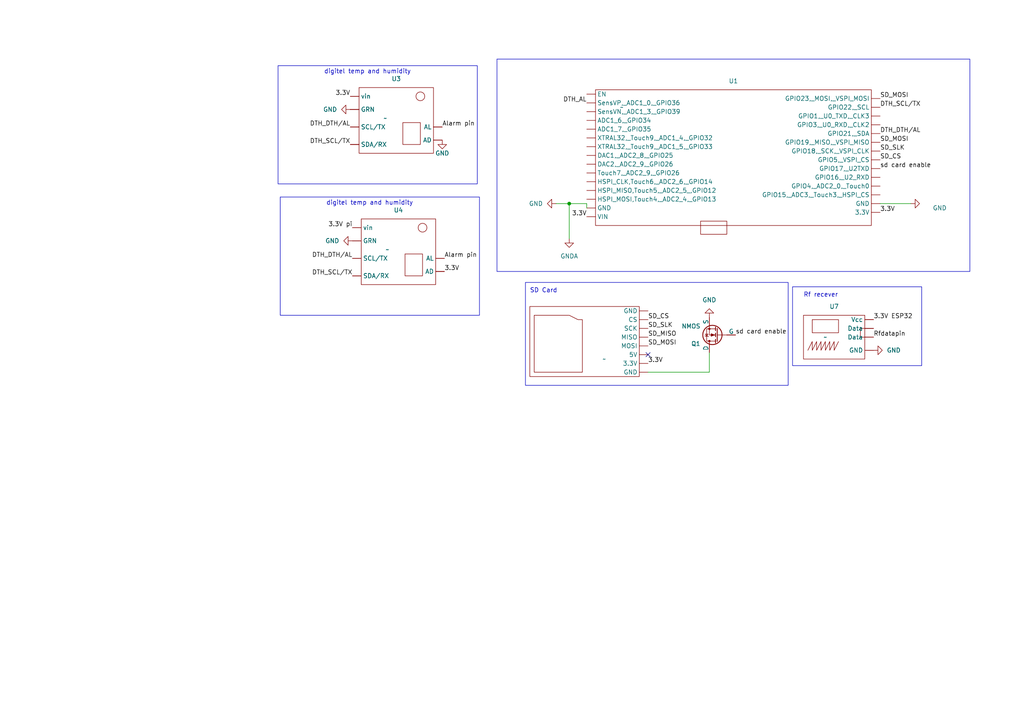
<source format=kicad_sch>
(kicad_sch (version 20230121) (generator eeschema)
  (paper "A4")
  (title_block (title "microcontroler "))
  (lib_symbols
    (symbol "Simulation_SPICE:NMOS" (pin_numbers hide) (pin_names (offset 0))
      (property "Reference" "Q" (at 5.08 1.27 0))
      (property "Value" "NMOS" (at 5.08 -1.27 0))
      (symbol "NMOS_0_1"
        (polyline (pts (xy 0.254 0) (xy -2.54 0)))
        (polyline (pts (xy 0.254 1.905) (xy 0.254 -1.905)) (stroke (width 0.254)))
        (polyline (pts (xy 0.762 -1.27) (xy 0.762 -2.286)) (stroke (width 0.254)))
        (polyline (pts (xy 0.762 0.508) (xy 0.762 -0.508)) (stroke (width 0.254)))
        (polyline (pts (xy 0.762 2.286) (xy 0.762 1.27)) (stroke (width 0.254)))
        (polyline (pts (xy 2.54 2.54) (xy 2.54 1.778)))
        (polyline (pts (xy 2.54 -2.54) (xy 2.54 0) (xy 0.762 0)))
        (polyline (pts (xy 0.762 -1.778) (xy 3.302 -1.778) (xy 3.302 1.778) (xy 0.762 1.778)))
        (polyline (pts (xy 1.016 0) (xy 2.032 0.381) (xy 2.032 -0.381) (xy 1.016 0)) (fill (type outline)))
        (polyline (pts (xy 2.794 0.508) (xy 2.921 0.381) (xy 3.683 0.381) (xy 3.81 0.254)))
        (polyline (pts (xy 3.302 0.381) (xy 2.921 -0.254) (xy 3.683 -0.254) (xy 3.302 0.381)))
        (circle (center 1.651 0) (radius 2.794) (stroke (width 0.254)))
        (circle (center 2.54 -1.778) (radius 0.254) (fill (type outline)))
        (circle (center 2.54 1.778) (radius 0.254) (fill (type outline)))
      )
      (symbol "NMOS_1_1"
        (pin passive line (at 2.54 5.08 270) (length 2.54) (name "D") (number "1"))
        (pin input line (at -5.08 0 0) (length 2.54) (name "G") (number "2"))
        (pin passive line (at 2.54 -5.08 90) (length 2.54) (name "S") (number "3"))
      )
    )
    (symbol "partkian:315Mhz_RF_link_kit_Resever"
      (property "Reference" "U" (at 0 7.62 0))
      (symbol "315Mhz_RF_link_kit_Resever_0_1"
        (rectangle (start -6.35 6.35) (end 11.43 -6.35))
        (rectangle (start -3.81 5.08) (end 3.81 1.27))
        (polyline (pts (xy 11.43 2.54) (xy 10.16 2.54) (xy 10.16 0) (xy 11.43 0)))
        (polyline (pts (xy -5.08 -3.81) (xy -3.81 -1.27) (xy -3.81 -3.81) (xy -2.54 -1.27) (xy -2.54 -3.81) (xy -1.27 -1.27) (xy -1.27 -3.81) (xy 0 -1.27) (xy 0 -3.81) (xy 1.27 -1.27) (xy 1.27 -3.81) (xy 2.54 -1.27) (xy 2.54 -3.81) (xy 3.81 -1.27)))
      )
      (symbol "315Mhz_RF_link_kit_Resever_1_1"
        (pin input line (at 13.97 0 180) (length 2.54) (name "Data") (number ""))
        (pin input line (at 13.97 2.54 180) (length 2.54) (name "Data") (number ""))
        (pin input line (at 13.97 -3.81 180) (length 2.54) (name "GND") (number ""))
        (pin input line (at 13.97 5.08 180) (length 2.54) (name "Vcc") (number ""))
      )
    )
    (symbol "partkian:ESP32"
      (property "Reference" "U" (at 26.67 6.35 0))
      (symbol "ESP32_0_1"
        (rectangle (start -7.62 5.08) (end 72.39 -34.29))
        (rectangle (start -6.35 -1.27) (end -6.35 -1.27))
        (rectangle (start 22.86 -33.02) (end 30.48 -36.83))
      )
      (symbol "ESP32_1_1"
        (pin input line (at 74.93 -30.48 180) (length 2.54) (name "3.3V") (number ""))
        (pin input line (at -10.16 -3.81 0) (length 2.54) (name "ADC1_6,_GPIO34") (number ""))
        (pin input line (at -10.16 -6.35 0) (length 2.54) (name "ADC1_7,_GPIO35") (number ""))
        (pin input line (at -10.16 -13.97 0) (length 2.54) (name "DAC1,_ADC2_8,_GPIO25") (number ""))
        (pin input line (at -10.16 -16.51 0) (length 2.54) (name "DAC2,_ADC2_9,_GPIO26") (number ""))
        (pin input line (at -10.16 3.81 0) (length 2.54) (name "EN") (number ""))
        (pin input line (at -10.16 -29.21 0) (length 2.54) (name "GND") (number ""))
        (pin input line (at 74.93 -27.94 180) (length 2.54) (name "GND") (number ""))
        (pin input line (at 74.93 -2.54 180) (length 2.54) (name "GPIO1,_U0_TXD,_CLK3") (number ""))
        (pin input line (at 74.93 -25.4 180) (length 2.54) (name "GPIO15,_ADC3,_Touch3,_HSPI_CS") (number ""))
        (pin input line (at 74.93 -20.32 180) (length 2.54) (name "GPIO16,_U2_RXD") (number ""))
        (pin input line (at 74.93 -17.78 180) (length 2.54) (name "GPIO17,_U2TXD") (number ""))
        (pin input line (at 74.93 -12.7 180) (length 2.54) (name "GPIO18,_SCK,_VSPI_CLK") (number ""))
        (pin input line (at 74.93 -10.16 180) (length 2.54) (name "GPIO19,_MISO,_VSPI_MISO") (number ""))
        (pin input line (at 74.93 -7.62 180) (length 2.54) (name "GPIO21,_SDA") (number ""))
        (pin input line (at 74.93 0 180) (length 2.54) (name "GPIO22,_SCL") (number ""))
        (pin input line (at 74.93 2.54 180) (length 2.54) (name "GPIO23,_MOSI,_VSPI_MOSI") (number ""))
        (pin input line (at 74.93 -5.08 180) (length 2.54) (name "GPIO3,_U0_RXD,_CLK2") (number ""))
        (pin input line (at 74.93 -22.86 180) (length 2.54) (name "GPIO4,_ADC2_0,_Touch0") (number ""))
        (pin input line (at 74.93 -15.24 180) (length 2.54) (name "GPIO5,_VSPI_CS") (number ""))
        (pin input line (at -10.16 -21.59 0) (length 2.54) (name "HSPI_CLK,Touch6,_ADC2_6,_GPIO14") (number ""))
        (pin input line (at -10.16 -24.13 0) (length 2.54) (name "HSPI_MISO,Touch5,_ADC2_5_,GPIO12") (number ""))
        (pin input line (at -10.16 -26.67 0) (length 2.54) (name "HSPI_MOSI,Touch4,_ADC2_4,_GPIO13") (number ""))
        (pin input line (at -10.16 -1.27 0) (length 2.54) (name "SensVN,_ADC1_3,_GPIO39") (number ""))
        (pin input line (at -10.16 1.27 0) (length 2.54) (name "SensVP,_ADC1_0,_GPIO36") (number ""))
        (pin input line (at -10.16 -19.05 0) (length 2.54) (name "Touch7,_ADC2_9,_GPIO26") (number ""))
        (pin input line (at -10.16 -31.75 0) (length 2.54) (name "VIN") (number ""))
        (pin input line (at -10.16 -8.89 0) (length 2.54) (name "XTRAL32,_Touch9,_ADC1_4,_GPIO32") (number ""))
        (pin input line (at -10.16 -11.43 0) (length 2.54) (name "XTRAL32,_Touch9,_ADC1_5,_GPIO33") (number ""))
      )
    )
    (symbol "partkian:SHT31-D"
      (property "Reference" "U" (at 0 11.43 0))
      (symbol "SHT31-D_0_1"
        (rectangle (start -7.62 8.89) (end 13.97 -10.16))
        (rectangle (start 5.08 -1.27) (end 10.16 -7.62))
        (circle (center 10.16 6.35) (radius 1.27))
      )
      (symbol "SHT31-D_1_1"
        (pin input line (at 16.51 -6.35 180) (length 2.54) (name "AD") (number ""))
        (pin input line (at 16.51 -2.54 180) (length 2.54) (name "AL") (number ""))
        (pin input line (at -10.16 2.54 0) (length 2.54) (name "GRN") (number ""))
        (pin input line (at -10.16 -2.54 0) (length 2.54) (name "SCL/TX") (number ""))
        (pin input line (at -10.16 -7.62 0) (length 2.54) (name "SDA/RX") (number ""))
        (pin input line (at -10.16 6.35 0) (length 2.54) (name "vin") (number ""))
      )
    )
    (symbol "partkian:sd_card_reader"
      (property "Reference" "e" (at 5.715 -17.78 0))
      (property "Value" "~" (at 0 0 0))
      (symbol "sd_card_reader_0_1"
        (rectangle (start -10.16 5.08) (end 21.59 -15.24))
        (polyline (pts (xy 6.35 3.81) (xy 20.32 3.81) (xy 20.32 -12.7) (xy 10.16 -12.7) (xy 7.62 -11.43) (xy 6.35 -11.43) (xy 6.35 3.81)))
      )
      (symbol "sd_card_reader_1_1"
        (pin input line (at -12.7 1.27 0) (length 2.54) (name "3.3V") (number ""))
        (pin input line (at -12.7 -1.27 0) (length 2.54) (name "5V") (number ""))
        (pin input line (at -12.7 -11.43 0) (length 2.54) (name "CS") (number ""))
        (pin input line (at -12.7 -13.97 0) (length 2.54) (name "GND") (number ""))
        (pin input line (at -12.7 3.81 0) (length 2.54) (name "GND") (number ""))
        (pin input line (at -12.7 -6.35 0) (length 2.54) (name "MISO") (number ""))
        (pin input line (at -12.7 -3.81 0) (length 2.54) (name "MOSI") (number ""))
        (pin input line (at -12.7 -8.89 0) (length 2.54) (name "SCK") (number ""))
      )
    )
    (symbol "power:GND" (power) (pin_names (offset 0))
      (property "Value" "GND" (at 0 -3.81 0))
      (symbol "GND_0_1"
        (polyline (pts (xy 0 0) (xy 0 -1.27) (xy 1.27 -1.27) (xy 0 -2.54) (xy -1.27 -1.27) (xy 0 -1.27)))
      )
      (symbol "GND_1_1"
        (pin power_in line (at 0 0 270) (length 0) hide (name "GND") (number "1"))
      )
    )
    (symbol "power:GNDA" (power) (pin_names (offset 0))
      (property "Value" "GNDA" (at 0 -3.81 0))
      (symbol "GNDA_0_1"
        (polyline (pts (xy 0 0) (xy 0 -1.27) (xy 1.27 -1.27) (xy 0 -2.54) (xy -1.27 -1.27) (xy 0 -1.27)))
      )
      (symbol "GNDA_1_1"
        (pin power_in line (at 0 0 270) (length 0) hide (name "GNDA") (number "1"))
      )
    )
  )
  (junction (at 165.1 59.055))
  (no_connect (at 187.96 102.87))
  (wire (pts (xy 165.1 59.055) (xy 170.18 59.055)))
  (wire (pts (xy 165.1 59.055) (xy 165.1 69.215)))
  (wire (pts (xy 161.29 59.055) (xy 165.1 59.055)))
  (wire (pts (xy 170.18 59.055) (xy 170.18 60.325)))
  (wire (pts (xy 205.74 102.235) (xy 205.74 107.95)))
  (wire (pts (xy 187.96 107.95) (xy 205.74 107.95)))
  (wire (pts (xy 255.27 59.055) (xy 264.16 59.055)))
  (rectangle (start 229.87 83.185) (end 267.335 106.045))
  (rectangle (start 81.28 57.15) (end 139.065 91.44))
  (rectangle (start 152.4 81.915) (end 228.6 111.76))
  (rectangle (start 80.645 19.05) (end 138.43 53.34))
  (rectangle (start 144.145 17.145) (end 281.305 78.74))
  (text "Rf recever\n" (at 233.045 86.36 0) (effects (font (size 1.27 1.27)) (justify left bottom)))
  (text "digitel temp and humidity " (at 94.615 59.69 0) (effects (font (size 1.27 1.27)) (justify left bottom)))
  (text "digitel temp and humidity " (at 93.98 21.59 0) (effects (font (size 1.27 1.27)) (justify left bottom)))
  (text "SD Card" (at 153.67 85.09 0) (effects (font (size 1.27 1.27)) (justify left bottom)))
  (label "SD_MISO" (at 187.96 97.79 0))
  (label "3.3V" (at 101.6 27.94 180))
  (label "SD_MOSI" (at 255.27 28.575 0))
  (label "3.3V pi" (at 102.235 66.04 180))
  (label "SD_SLK" (at 187.96 95.25 0))
  (label "3.3V ESP32" (at 253.365 92.71 0))
  (label "SD_SLK" (at 255.27 43.815 0))
  (label "DTH_DTH{slash}AL" (at 102.235 74.93 180))
  (label "sd card enable" (at 255.27 48.895 0))
  (label "SD_CS" (at 255.27 46.355 0))
  (label "DTH_SCL{slash}TX" (at 102.235 80.01 180))
  (label "3.3V" (at 128.905 78.74 0))
  (label "sd card enable" (at 213.36 97.155 0))
  (label "DTH_SCL{slash}TX" (at 255.27 31.115 0))
  (label "Rfdatapin" (at 253.365 97.79 0))
  (label "SD_MOSI" (at 255.27 41.275 0))
  (label "SD_CS" (at 187.96 92.71 0))
  (label "DTH_DTH{slash}AL" (at 101.6 36.83 180))
  (label "Alarm pin" (at 128.27 36.83 0))
  (label "DTH_DTH{slash}AL" (at 255.27 38.735 0))
  (label "DTH_AL" (at 170.18 29.845 180))
  (label "Alarm pin" (at 128.905 74.93 0))
  (label "3.3V" (at 170.18 62.865 180))
  (label "3.3V" (at 187.96 105.41 0))
  (label "3.3V" (at 255.27 61.595 0))
  (label "DTH_SCL{slash}TX" (at 101.6 41.91 180))
  (label "SD_MOSI" (at 187.96 100.33 0))
  (symbol (lib_id "power:GND") (at 264.16 59.055 90) (unit 1)
    (property "Reference" "#PWR05" (effects hide))
    (property "Value" "GND" (at 270.51 60.325 90) (effects (justify right)))
  )
  (symbol (lib_id "partkian:SHT31-D") (at 111.76 34.29 0) (unit 1)
    (property "Reference" "U3" (at 114.935 22.86 0))
    (property "Value" "~" (at 111.76 34.29 0))
    (property "Datasheet" "file:///C:/Users/kianf/Downloads/SHT33-DIS.PDF" (effects hide))
    (property "where" "https://www.communica.co.za/products/hkd-gy-sht31-d-dig-temp-hum-sens?variant=44762824442156" (effects hide))
    (property "cost" "125" (effects hide))
  )
  (symbol (lib_id "power:GND") (at 161.29 59.055 270) (unit 1)
    (property "Reference" "#PWR04" (effects hide))
    (property "Value" "GND" (at 157.48 59.055 90) (effects (justify right)))
  )
  (symbol (lib_id "power:GND") (at 102.235 69.85 270) (unit 1)
    (property "Reference" "#PWR08" (effects hide))
    (property "Value" "GND" (at 98.425 69.85 90) (effects (justify right)))
  )
  (symbol (lib_id "power:GND") (at 205.74 92.075 180) (unit 1)
    (property "Reference" "#PWR02" (effects hide))
    (property "Value" "GND" (at 205.74 86.995 0))
  )
  (symbol (lib_id "Simulation_SPICE:NMOS") (at 208.28 97.155 180) (unit 1)
    (property "Reference" "Q1" (at 203.2 99.695 0) (effects (justify left)))
    (property "Value" "NMOS" (at 203.2 94.615 0) (effects (justify left)))
    (property "Datasheet" "https://ngspice.sourceforge.io/docs/ngspice-manual.pdf" (effects hide))
    (property "Sim.Device" "NMOS" (effects hide))
    (property "Sim.Type" "VDMOS" (effects hide))
    (property "Sim.Pins" "1=D 2=G 3=S" (effects hide))
    (property "where" "2N7000G N-CHANNEL MOSFET - 200MA, 60V, ENHANCEMENT" (effects hide))
    (property "cost " "20" (effects hide))
    (property "cost" "20" (effects hide))
  )
  (symbol (lib_id "power:GND") (at 101.6 31.75 270) (unit 1)
    (property "Reference" "#PWR03" (effects hide))
    (property "Value" "GND" (at 97.79 31.75 90) (effects (justify right)))
  )
  (symbol (lib_id "partkian:SHT31-D") (at 112.395 72.39 0) (unit 1)
    (property "Reference" "U4" (at 115.57 60.96 0))
    (property "Value" "~" (at 112.395 72.39 0))
    (property "Datasheet" "file:///C:/Users/kianf/Downloads/SHT33-DIS.PDF" (effects hide))
    (property "where" "https://www.communica.co.za/products/hkd-gy-sht31-d-dig-temp-hum-sens?variant=44762824442156" (effects hide))
    (property "cost" "125" (effects hide))
  )
  (symbol (lib_id "power:GNDA") (at 165.1 69.215 0) (unit 1)
    (property "Reference" "#PWR06" (effects hide))
    (property "Value" "GNDA" (at 165.1 74.295 0))
  )
  (symbol (lib_id "partkian:315Mhz_RF_link_kit_Resever") (at 239.395 97.79 0) (unit 1)
    (property "Reference" "U7" (at 241.935 88.9 0))
    (property "Value" "~" (at 239.395 97.79 0))
  )
  (symbol (lib_id "power:GND") (at 128.27 40.64 0) (unit 1)
    (property "Reference" "#PWR07" (effects hide))
    (property "Value" "GND" (at 128.27 44.45 0))
  )
  (symbol (lib_id "power:GND") (at 253.365 101.6 90) (unit 1)
    (property "Reference" "#PWR01" (effects hide))
    (property "Value" "GND" (at 257.175 101.6 90) (effects (justify right)))
  )
  (symbol (lib_id "partkian:ESP32") (at 180.34 31.115 0) (unit 1)
    (property "Reference" "U1" (at 212.725 23.495 0))
    (property "Value" "~" (at 180.34 31.115 0))
    (property "cost" "160" (effects hide))
    (property "where" "https://www.communica.co.za/products/hkd-esp-32-wifi-b-t-dev-board?utm_source=www.communica.co.za&variant=31935699845193&sfdr_ptcid=31591_617_668197050&sfdr_hash=494fa0e29376e43387e09bca597415f9" (effects hide))
  )
  (symbol (lib_id "partkian:sd_card_reader") (at 175.26 104.14 180) (unit 1)
    (property "Reference" "e" (effects hide))
    (property "Value" "~" (at 175.26 104.14 0))
    (property "cost" "19" (effects hide))
    (property "where" "https://www.communica.co.za/products/hkd-sd-card-read-write-module?utm_source=www.communica.co.za&variant=39359979651145&sfdr_ptcid=31591_617_678237302&sfdr_hash=92fe7115abe5c960047a41022fa61b8f" (effects hide))
  )
)
</source>
